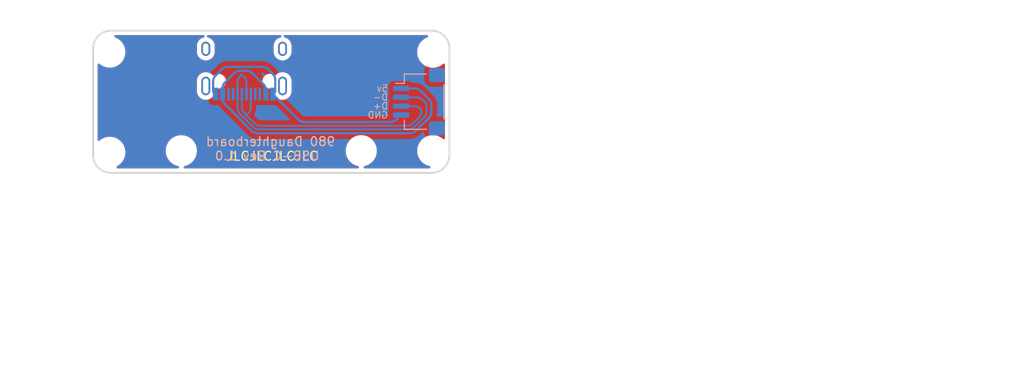
<source format=kicad_pcb>
(kicad_pcb (version 20210824) (generator pcbnew)
  (layers (0 "F.Cu" signal) (31 "B.Cu" signal) (34 "B.Paste" user) (35 "F.Paste" user) (36 "B.SilkS" user "B.Silkscreen") (37 "F.SilkS" user "F.Silkscreen") (38 "B.Mask" user) (39 "F.Mask" user) (44 "Edge.Cuts" user))
  (net 0 "")
  (net 1 "GND")
  (net 2 "VUSB")
  (net 3 "D-")
  (net 4 "D+")
  (footprint "" (layer "F.Cu") (at 136.255 14.205)
    (fp_text reference "" (at 0 0) (layer "F.SilkS") (effects (font (size 1.27 1.27))))
    (fp_text value "" (at 0 0) (layer "F.SilkS") (effects (font (size 1.27 1.27))))
    (pad "" np_thru_hole circle (at -1.555 -0.189521) (size 2.5 2.5) (drill 2.5) (layers F&B.Cu *.Mask))
  )
  (footprint "" (layer "F.Cu") (at 94.555 1.535)
    (fp_text reference "" (at 0 0) (layer "F.SilkS") (effects (font (size 1.27 1.27))))
    (fp_text value "" (at 0 0) (layer "F.SilkS") (effects (font (size 1.27 1.27))))
    (pad "" np_thru_hole circle (at 11.845 1.370479) (size 2.5 2.5) (drill 2.5) (layers F&B.Cu *.Mask))
  )
  (footprint "" (layer "F.Cu") (at 147.015 3.065)
    (fp_text reference "" (at 0 0) (layer "F.SilkS") (effects (font (size 1.27 1.27))))
    (fp_text value "" (at 0 0) (layer "F.SilkS") (effects (font (size 1.27 1.27))))
    (pad "" np_thru_hole circle (at -4.265 -0.159521) (size 2.5 2.5) (drill 2.5) (layers F&B.Cu *.Mask))
  )
  (footprint "" (layer "F.Cu") (at 94.295 7.445633)
    (fp_text reference "" (at 0 0) (layer "F.SilkS") (effects (font (size 1.27 1.27))))
    (fp_text value "" (at 0 0) (layer "F.SilkS") (effects (font (size 1.27 1.27))))
    (pad "" np_thru_hole circle (at 12.105 6.744367) (size 2.5 2.5) (drill 2.5) (layers F&B.Cu *.Mask))
  )
  (footprint "footprints:MegaMan7" (layer "F.Cu") (at 109.650838 8.415023)
    (fp_text reference "G***" hide)
    (fp_text value "LOGO" hide)
  )
  (footprint "" (layer "F.Cu") (at 112.225 13.965)
    (fp_text reference "" (at 0 0) (layer "F.SilkS") (effects (font (size 1.27 1.27))))
    (fp_text value "" (at 0 0) (layer "F.SilkS") (effects (font (size 1.27 1.27))))
    (pad "" np_thru_hole circle (at 2.225 0.050479) (size 2.5 2.5) (drill 2.5) (layers F&B.Cu *.Mask))
  )
  (footprint "" (layer "F.Cu") (at 130.75 14.19)
    (fp_text reference "" (at 0 0) (layer "F.SilkS") (effects (font (size 1.27 1.27))))
    (fp_text value "" (at 0 0) (layer "F.SilkS") (effects (font (size 1.27 1.27))))
    (pad "" np_thru_hole circle (at 12 -0.174521) (size 2.5 2.5) (drill 2.5) (layers F&B.Cu *.Mask))
  )
  (footprint "Keeb_components:HRO-TYPE-C-31-M-12" (layer "B.Cu") (at 121.525 -0.06)
    (fp_text reference "J1")
    (fp_text value "HRO-TYPE-C-31-M-12")
    (pad "" np_thru_hole circle locked (at -2.89 6.25) (size 0.65 0.65) (drill 0.65) (layers *.Cu *.Mask))
    (pad "" np_thru_hole circle locked (at 2.89 6.25) (size 0.65 0.65) (drill 0.65) (layers *.Cu *.Mask))
    (pad "1" smd rect locked (at -3.225 7.695) (size 0.6 1.45) (layers "B.Cu" "B.Paste" "B.Mask") (net 1 "GND"))
    (pad "2" smd rect locked (at -2.45 7.695) (size 0.6 1.45) (layers "B.Cu" "B.Paste" "B.Mask") (net 2 "VUSB"))
    (pad "3" smd rect locked (at -1.75 7.695) (size 0.3 1.45) (layers "B.Cu" "B.Paste" "B.Mask"))
    (pad "4" smd rect locked (at -1.25 7.695) (size 0.3 1.45) (layers "B.Cu" "B.Paste" "B.Mask"))
    (pad "5" smd rect locked (at -0.75 7.695) (size 0.3 1.45) (layers "B.Cu" "B.Paste" "B.Mask") (net 3 "D-"))
    (pad "6" smd rect locked (at -0.25 7.695) (size 0.3 1.45) (layers "B.Cu" "B.Paste" "B.Mask") (net 4 "D+"))
    (pad "7" smd rect locked (at 0.25 7.695) (size 0.3 1.45) (layers "B.Cu" "B.Paste" "B.Mask") (net 3 "D-"))
    (pad "8" smd rect locked (at 0.75 7.695) (size 0.3 1.45) (layers "B.Cu" "B.Paste" "B.Mask") (net 4 "D+"))
    (pad "9" smd rect locked (at 1.25 7.695) (size 0.3 1.45) (layers "B.Cu" "B.Paste" "B.Mask"))
    (pad "10" smd rect locked (at 1.75 7.695) (size 0.3 1.45) (layers "B.Cu" "B.Paste" "B.Mask"))
    (pad "11" smd rect locked (at 2.45 7.695) (size 0.6 1.45) (layers "B.Cu" "B.Paste" "B.Mask") (net 2 "VUSB"))
    (pad "12" smd rect locked (at 3.225 7.695) (size 0.6 1.45) (layers "B.Cu" "B.Paste" "B.Mask") (net 1 "GND"))
    (pad "13" thru_hole oval locked (at 4.32 6.78) (size 1 2.1) (drill oval 0.6 1.7) (layers *.Cu *.Mask))
    (pad "13" thru_hole oval locked (at -4.32 6.78) (size 1 2.1) (drill oval 0.6 1.7) (layers *.Cu *.Mask))
    (pad "13" thru_hole oval locked (at 4.32 2.6) (size 1 1.6) (drill oval 0.6 1.2) (layers *.Cu *.Mask))
    (pad "13" thru_hole oval locked (at -4.32 2.6) (size 1 1.6) (drill oval 0.6 1.2) (layers *.Cu *.Mask))
  )
  (footprint "footprints:MegaMan7" (layer "B.Cu") (at 109.650838 8.39588 180)
    (fp_text reference "G***" hide)
    (fp_text value "LOGO" hide)
  )
  (footprint "Keeb_components:JST_SH_SM04B-SRSS-TB_1x04-1MP_P1.00mm_Horizontal" (layer "B.Cu") (at 141.331 8.489 -90)
    (fp_text reference "J2" hide)
    (fp_text value "ai03_ud" hide)
    (fp_line (start -2.06 1.785) (end -2.06 2.775) (layer "B.SilkS") (width 0.12))
    (fp_line (start 3.11 1.785) (end 2.06 1.785) (layer "B.SilkS") (width 0.12))
    (fp_line (start -3.11 1.785) (end -2.06 1.785) (layer "B.SilkS") (width 0.12))
    (fp_line (start -1.94 -2.685) (end 1.94 -2.685) (layer "B.SilkS") (width 0.12))
    (fp_line (start -3.11 -0.715) (end -3.11 1.785) (layer "B.SilkS") (width 0.12))
    (fp_line (start 3.11 -0.715) (end 3.11 1.785) (layer "B.SilkS") (width 0.12))
    (pad "1" smd roundrect locked (at -1.5 2.15 270) (size 0.6 1.85) (layers "B.Cu" "B.Paste" "B.Mask") (net 2 "VUSB"))
    (pad "2" smd roundrect locked (at -0.5 2.15 270) (size 0.6 1.85) (layers "B.Cu" "B.Paste" "B.Mask") (net 3 "D-"))
    (pad "3" smd roundrect locked (at 0.5 2.15 270) (size 0.6 1.85) (layers "B.Cu" "B.Paste" "B.Mask") (net 4 "D+"))
    (pad "4" smd roundrect locked (at 1.5 2.15 270) (size 0.6 1.85) (layers "B.Cu" "B.Paste" "B.Mask") (net 1 "GND"))
    (pad "MP" smd roundrect locked (at -3 -1.875 270) (size 1.6 1.8) (layers "B.Cu" "B.Paste" "B.Mask") (roundrect_rratio 0.208))
    (pad "MP" smd roundrect locked (at 3 -1.875 270) (size 1.6 1.8) (layers "B.Cu" "B.Paste" "B.Mask") (roundrect_rratio 0.208))
  )
  (gr_arc (start 142.625001 14.495) (end 144.625 14.495) (angle 90) (layer "Edge.Cuts") (width 0.2))
  (gr_arc (start 142.625 2.494999) (end 142.625 0.495) (angle 90) (layer "Edge.Cuts") (width 0.2))
  (gr_arc (start 106.525 14.495001) (end 106.525 16.495) (angle 90) (layer "Edge.Cuts") (width 0.2))
  (gr_arc (start 106.524999 2.495) (end 104.525 2.495) (angle 90) (layer "Edge.Cuts") (width 0.2))
  (gr_line (start 144.625 14.495) (end 144.625 2.495) (layer "Edge.Cuts") (width 0.2))
  (gr_line (start 142.625 16.495) (end 106.525 16.495) (layer "Edge.Cuts") (width 0.2))
  (gr_line (start 106.525 0.495) (end 142.625 0.495) (layer "Edge.Cuts") (width 0.2))
  (gr_line (start 104.525 14.495) (end 104.525 2.495) (layer "Edge.Cuts") (width 0.2))
  (gr_text "D-" (at 137.775 7.981) (layer "B.SilkS") (effects (font (size 0.75 0.75) (thickness 0.1)) (justify left mirror)))
  (gr_text "D+" (at 137.775 8.995) (layer "B.SilkS") (effects (font (size 0.75 0.75) (thickness 0.1)) (justify left mirror)))
  (gr_text "980 Daughterboard \nUSB-C Rev 1.0" (at 124.115 13.785) (layer "B.SilkS") (effects (font (size 1 1)) (justify mirror)))
  (gr_text "GND" (at 137.775 9.995) (layer "B.SilkS") (effects (font (size 0.75 0.75) (thickness 0.1)) (justify left mirror)))
  (gr_text "5v" (at 137.775 6.995) (layer "B.SilkS") (effects (font (size 0.75 0.75) (thickness 0.1)) (justify left mirror)))
  (gr_text "JLCJLCJLCJLC" (at 124.675 14.615) (layer "F.SilkS") (effects (font (size 1 1))))
  (segment (start 124.75 7.635) (end 125.02048 7.36452) (width 0.25) (layer "B.Cu") (net 1))
  (segment (start 124.75 7.635) (end 127.597107 10.482107) (width 0.25) (layer "B.Cu") (net 1))
  (segment (start 118.02952 6.242687) (end 118.02952 7.36452) (width 0.25) (layer "B.Cu") (net 1))
  (segment (start 118.998139 4.859854) (end 118.322413 5.53558) (width 0.25) (layer "B.Cu") (net 1))
  (segment (start 125.02048 7.36452) (end 125.02048 6.054694) (width 0.25) (layer "B.Cu") (net 1))
  (segment (start 128.304214 10.775) (end 137.980786 10.775) (width 0.25) (layer "B.Cu") (net 1))
  (segment (start 123.532747 4.566961) (end 119.705246 4.566961) (width 0.25) (layer "B.Cu") (net 1))
  (segment (start 118.02952 7.36452) (end 118.3 7.635) (width 0.25) (layer "B.Cu") (net 1))
  (segment (start 124.727587 5.347587) (end 124.239854 4.859854) (width 0.25) (layer "B.Cu") (net 1))
  (segment (start 138.687893 10.482107) (end 139.181 9.989) (width 0.25) (layer "B.Cu") (net 1))
  (arc (start 118.998139 4.859854) (mid 119.322562 4.643081) (end 119.705246 4.566961) (width 0.25) (layer "B.Cu") (net 1))
  (arc (start 125.02048 6.054694) (mid 124.94436 5.672011) (end 124.727587 5.347587) (width 0.25) (layer "B.Cu") (net 1))
  (arc (start 137.980786 10.775) (mid 138.363469 10.69888) (end 138.687893 10.482107) (width 0.25) (layer "B.Cu") (net 1))
  (arc (start 127.597107 10.482107) (mid 127.92153 10.69888) (end 128.304214 10.775) (width 0.25) (layer "B.Cu") (net 1))
  (arc (start 118.02952 6.242687) (mid 118.10564 5.860004) (end 118.322413 5.53558) (width 0.25) (layer "B.Cu") (net 1))
  (arc (start 124.239854 4.859854) (mid 123.915431 4.643081) (end 123.532747 4.566961) (width 0.25) (layer "B.Cu") (net 1))
  (segment (start 119.367893 8.773261) (end 122.346739 11.752107) (width 0.25) (layer "B.Cu") (net 2))
  (segment (start 121.766289 5.016481) (end 121.087733 5.016481) (width 0.25) (layer "B.Cu") (net 2))
  (segment (start 140.686786 6.989) (end 139.181 6.989) (width 0.25) (layer "B.Cu") (net 2))
  (segment (start 120.380626 5.309374) (end 119.367893 6.322107) (width 0.25) (layer "B.Cu") (net 2))
  (segment (start 123.682107 6.518085) (end 122.473396 5.309374) (width 0.25) (layer "B.Cu") (net 2))
  (segment (start 123.975 7.635) (end 123.975 7.225192) (width 0.25) (layer "B.Cu") (net 2))
  (segment (start 142.308107 8.196107) (end 141.393893 7.281893) (width 0.25) (layer "B.Cu") (net 2))
  (segment (start 142.601 9.598786) (end 142.601 8.903214) (width 0.25) (layer "B.Cu") (net 2))
  (segment (start 119.075 7.029214) (end 119.075 7.635) (width 0.25) (layer "B.Cu") (net 2))
  (segment (start 119.075 7.635) (end 119.075 8.066154) (width 0.25) (layer "B.Cu") (net 2))
  (segment (start 123.053846 12.045) (end 140.154786 12.045) (width 0.25) (layer "B.Cu") (net 2))
  (segment (start 140.861893 11.752107) (end 142.308107 10.305893) (width 0.25) (layer "B.Cu") (net 2))
  (arc (start 121.766289 5.016481) (mid 122.148972 5.092601) (end 122.473396 5.309374) (width 0.25) (layer "B.Cu") (net 2))
  (arc (start 142.308107 10.305893) (mid 142.52488 9.98147) (end 142.601 9.598786) (width 0.25) (layer "B.Cu") (net 2))
  (arc (start 142.601 8.903214) (mid 142.52488 8.520531) (end 142.308107 8.196107) (width 0.25) (layer "B.Cu") (net 2))
  (arc (start 119.367893 8.773261) (mid 119.15112 8.448838) (end 119.075 8.066154) (width 0.25) (layer "B.Cu") (net 2))
  (arc (start 123.682107 6.518085) (mid 123.89888 6.842508) (end 123.975 7.225192) (width 0.25) (layer "B.Cu") (net 2))
  (arc (start 121.087733 5.016481) (mid 120.70505 5.092601) (end 120.380626 5.309374) (width 0.25) (layer "B.Cu") (net 2))
  (arc (start 123.053846 12.045) (mid 122.671163 11.96888) (end 122.346739 11.752107) (width 0.25) (layer "B.Cu") (net 2))
  (arc (start 140.861893 11.752107) (mid 140.53747 11.96888) (end 140.154786 12.045) (width 0.25) (layer "B.Cu") (net 2))
  (arc (start 140.686786 6.989) (mid 141.069469 7.06512) (end 141.393893 7.281893) (width 0.25) (layer "B.Cu") (net 2))
  (arc (start 119.075 7.029214) (mid 119.15112 6.646531) (end 119.367893 6.322107) (width 0.25) (layer "B.Cu") (net 2))
  (segment (start 121.067893 9.872899) (end 122.50114 11.306146) (width 0.2) (layer "B.Cu") (net 3))
  (segment (start 120.775 6.345214) (end 120.775 7.635) (width 0.2) (layer "B.Cu") (net 3))
  (segment (start 121.482107 5.658107) (end 121.265 5.441) (width 0.2) (layer "B.Cu") (net 3))
  (segment (start 120.775 7.635) (end 120.775 9.165792) (width 0.2) (layer "B.Cu") (net 3))
  (segment (start 121.265 5.441) (end 121.067893 5.638107) (width 0.2) (layer "B.Cu") (net 3))
  (segment (start 142.046819 9.552605) (end 142.046819 9.111033) (width 0.2) (layer "B.Cu") (net 3))
  (segment (start 140.707492 11.306146) (end 141.753926 10.259712) (width 0.2) (layer "B.Cu") (net 3))
  (segment (start 141.753926 8.403926) (end 141.631893 8.281893) (width 0.2) (layer "B.Cu") (net 3))
  (segment (start 123.208247 11.599039) (end 140.000385 11.599039) (width 0.2) (layer "B.Cu") (net 3))
  (segment (start 121.775 7.635) (end 121.775 6.365214) (width 0.2) (layer "B.Cu") (net 3))
  (segment (start 140.924786 7.989) (end 139.181 7.989) (width 0.2) (layer "B.Cu") (net 3))
  (arc (start 140.707492 11.306146) (mid 140.383069 11.522919) (end 140.000385 11.599039) (width 0.2) (layer "B.Cu") (net 3))
  (arc (start 120.775 9.165792) (mid 120.85112 9.548475) (end 121.067893 9.872899) (width 0.2) (layer "B.Cu") (net 3))
  (arc (start 121.067893 5.638107) (mid 120.85112 5.96253) (end 120.775 6.345214) (width 0.2) (layer "B.Cu") (net 3))
  (arc (start 123.208247 11.599039) (mid 122.825564 11.522919) (end 122.50114 11.306146) (width 0.2) (layer "B.Cu") (net 3))
  (arc (start 121.482107 5.658107) (mid 121.69888 5.98253) (end 121.775 6.365214) (width 0.2) (layer "B.Cu") (net 3))
  (arc (start 141.631893 8.281893) (mid 141.30747 8.06512) (end 140.924786 7.989) (width 0.2) (layer "B.Cu") (net 3))
  (arc (start 141.753926 8.403926) (mid 141.970699 8.728349) (end 142.046819 9.111033) (width 0.2) (layer "B.Cu") (net 3))
  (arc (start 142.046819 9.552605) (mid 141.970699 9.935288) (end 141.753926 10.259712) (width 0.2) (layer "B.Cu") (net 3))
  (segment (start 121.567893 9.807893) (end 121.773 10.013) (width 0.2) (layer "B.Cu") (net 4))
  (segment (start 141.458 9.576418) (end 141.458 9.378) (width 0.2) (layer "B.Cu") (net 4))
  (segment (start 140.47391 10.974722) (end 141.165107 10.283525) (width 0.2) (layer "B.Cu") (net 4))
  (segment (start 123.373733 11.199519) (end 139.834899 11.199519) (width 0.2) (layer "B.Cu") (net 4))
  (segment (start 121.275 7.635) (end 121.275 9.100786) (width 0.2) (layer "B.Cu") (net 4))
  (segment (start 141.458 9.378) (end 141.361893 9.281893) (width 0.2) (layer "B.Cu") (net 4))
  (segment (start 122.275 9.096786) (end 122.275 7.635) (width 0.2) (layer "B.Cu") (net 4))
  (segment (start 121.773 10.013) (end 122.666626 10.906626) (width 0.2) (layer "B.Cu") (net 4))
  (segment (start 121.773 10.013) (end 121.982107 9.803893) (width 0.2) (layer "B.Cu") (net 4))
  (segment (start 140.471092 10.974722) (end 140.47391 10.974722) (width 0.2) (layer "B.Cu") (net 4))
  (segment (start 140.654786 8.989) (end 139.181 8.989) (width 0.2) (layer "B.Cu") (net 4))
  (arc (start 140.654786 8.989) (mid 141.037469 9.06512) (end 141.361893 9.281893) (width 0.2) (layer "B.Cu") (net 4))
  (arc (start 139.834899 11.199519) (mid 140.171789 11.141063) (end 140.471092 10.974722) (width 0.2) (layer "B.Cu") (net 4))
  (arc (start 122.275 9.096786) (mid 122.19888 9.479469) (end 121.982107 9.803893) (width 0.2) (layer "B.Cu") (net 4))
  (arc (start 141.165107 10.283525) (mid 141.38188 9.959102) (end 141.458 9.576418) (width 0.2) (layer "B.Cu") (net 4))
  (arc (start 122.666626 10.906626) (mid 122.991049 11.123399) (end 123.373733 11.199519) (width 0.2) (layer "B.Cu") (net 4))
  (arc (start 121.567893 9.807893) (mid 121.35112 9.48347) (end 121.275 9.100786) (width 0.2) (layer "B.Cu") (net 4))
  (zone (net 0) (net_name "") (layer "F.Cu") (connect_pads (clearance 0.508)) (min_thickness 0.254) (fill yes (thermal_gap 0.508) (thermal_bridge_width 0.508))
    (polygon (pts (xy 209.295 38.215) (xy 98.865 38.785) (xy 98.675 -2.955) (xy 208.535 -2.955)))
  )
  (zone (net 0) (net_name "") (layer "B.Cu") (connect_pads (clearance 0.508)) (min_thickness 0.254) (fill yes (thermal_gap 0.508) (thermal_bridge_width 0.508))
    (polygon (pts (xy 205.665 19.675) (xy 101.275 18.895) (xy 101.595 -2.435) (xy 205.585 -1.515)))
  )
)
</source>
